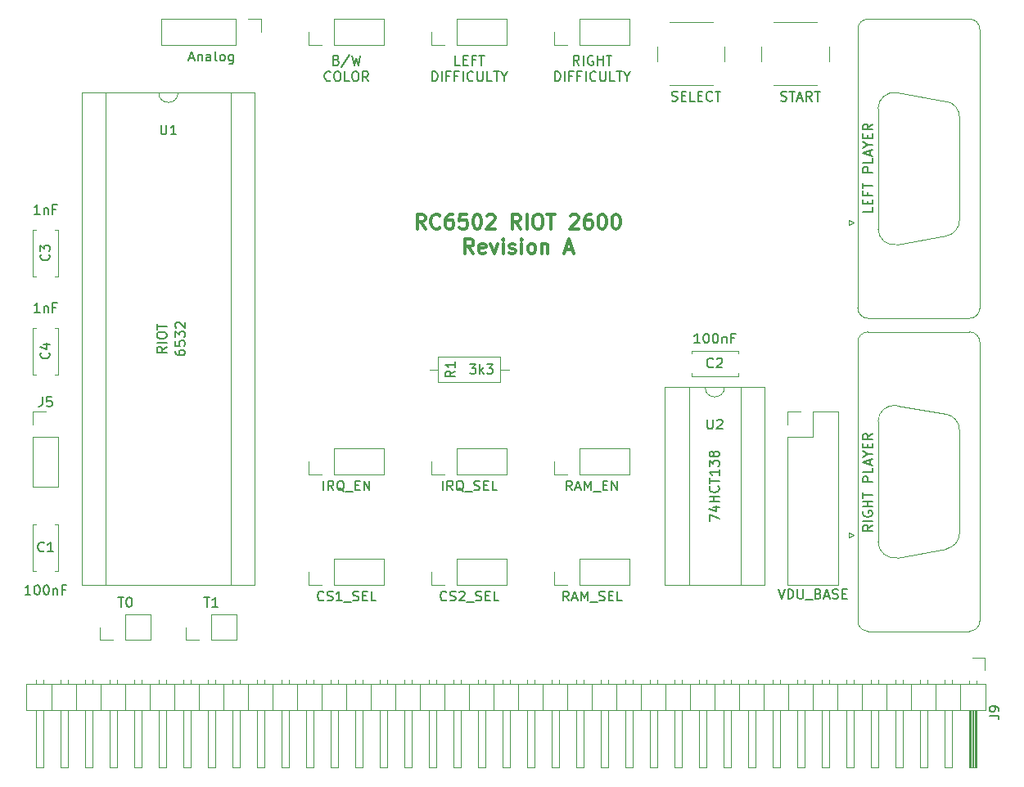
<source format=gto>
G04 #@! TF.FileFunction,Legend,Top*
%FSLAX46Y46*%
G04 Gerber Fmt 4.6, Leading zero omitted, Abs format (unit mm)*
G04 Created by KiCad (PCBNEW 4.0.7) date 02/14/19 14:15:43*
%MOMM*%
%LPD*%
G01*
G04 APERTURE LIST*
%ADD10C,0.100000*%
%ADD11C,0.150000*%
%ADD12C,0.300000*%
%ADD13C,0.120000*%
G04 APERTURE END LIST*
D10*
D11*
X70993095Y-135342381D02*
X71564524Y-135342381D01*
X71278809Y-136342381D02*
X71278809Y-135342381D01*
X72421667Y-136342381D02*
X71850238Y-136342381D01*
X72135952Y-136342381D02*
X72135952Y-135342381D01*
X72040714Y-135485238D01*
X71945476Y-135580476D01*
X71850238Y-135628095D01*
X62103095Y-135342381D02*
X62674524Y-135342381D01*
X62388809Y-136342381D02*
X62388809Y-135342381D01*
X63198333Y-135342381D02*
X63293572Y-135342381D01*
X63388810Y-135390000D01*
X63436429Y-135437619D01*
X63484048Y-135532857D01*
X63531667Y-135723333D01*
X63531667Y-135961429D01*
X63484048Y-136151905D01*
X63436429Y-136247143D01*
X63388810Y-136294762D01*
X63293572Y-136342381D01*
X63198333Y-136342381D01*
X63103095Y-136294762D01*
X63055476Y-136247143D01*
X63007857Y-136151905D01*
X62960238Y-135961429D01*
X62960238Y-135723333D01*
X63007857Y-135532857D01*
X63055476Y-135437619D01*
X63103095Y-135390000D01*
X63198333Y-135342381D01*
X68032381Y-109823095D02*
X68032381Y-110013572D01*
X68080000Y-110108810D01*
X68127619Y-110156429D01*
X68270476Y-110251667D01*
X68460952Y-110299286D01*
X68841905Y-110299286D01*
X68937143Y-110251667D01*
X68984762Y-110204048D01*
X69032381Y-110108810D01*
X69032381Y-109918333D01*
X68984762Y-109823095D01*
X68937143Y-109775476D01*
X68841905Y-109727857D01*
X68603810Y-109727857D01*
X68508571Y-109775476D01*
X68460952Y-109823095D01*
X68413333Y-109918333D01*
X68413333Y-110108810D01*
X68460952Y-110204048D01*
X68508571Y-110251667D01*
X68603810Y-110299286D01*
X68032381Y-108823095D02*
X68032381Y-109299286D01*
X68508571Y-109346905D01*
X68460952Y-109299286D01*
X68413333Y-109204048D01*
X68413333Y-108965952D01*
X68460952Y-108870714D01*
X68508571Y-108823095D01*
X68603810Y-108775476D01*
X68841905Y-108775476D01*
X68937143Y-108823095D01*
X68984762Y-108870714D01*
X69032381Y-108965952D01*
X69032381Y-109204048D01*
X68984762Y-109299286D01*
X68937143Y-109346905D01*
X68032381Y-108442143D02*
X68032381Y-107823095D01*
X68413333Y-108156429D01*
X68413333Y-108013571D01*
X68460952Y-107918333D01*
X68508571Y-107870714D01*
X68603810Y-107823095D01*
X68841905Y-107823095D01*
X68937143Y-107870714D01*
X68984762Y-107918333D01*
X69032381Y-108013571D01*
X69032381Y-108299286D01*
X68984762Y-108394524D01*
X68937143Y-108442143D01*
X68127619Y-107442143D02*
X68080000Y-107394524D01*
X68032381Y-107299286D01*
X68032381Y-107061190D01*
X68080000Y-106965952D01*
X68127619Y-106918333D01*
X68222857Y-106870714D01*
X68318095Y-106870714D01*
X68460952Y-106918333D01*
X69032381Y-107489762D01*
X69032381Y-106870714D01*
X84701191Y-79748571D02*
X84844048Y-79796190D01*
X84891667Y-79843810D01*
X84939286Y-79939048D01*
X84939286Y-80081905D01*
X84891667Y-80177143D01*
X84844048Y-80224762D01*
X84748810Y-80272381D01*
X84367857Y-80272381D01*
X84367857Y-79272381D01*
X84701191Y-79272381D01*
X84796429Y-79320000D01*
X84844048Y-79367619D01*
X84891667Y-79462857D01*
X84891667Y-79558095D01*
X84844048Y-79653333D01*
X84796429Y-79700952D01*
X84701191Y-79748571D01*
X84367857Y-79748571D01*
X86082143Y-79224762D02*
X85225000Y-80510476D01*
X86320238Y-79272381D02*
X86558333Y-80272381D01*
X86748810Y-79558095D01*
X86939286Y-80272381D01*
X87177381Y-79272381D01*
X84082143Y-81827143D02*
X84034524Y-81874762D01*
X83891667Y-81922381D01*
X83796429Y-81922381D01*
X83653571Y-81874762D01*
X83558333Y-81779524D01*
X83510714Y-81684286D01*
X83463095Y-81493810D01*
X83463095Y-81350952D01*
X83510714Y-81160476D01*
X83558333Y-81065238D01*
X83653571Y-80970000D01*
X83796429Y-80922381D01*
X83891667Y-80922381D01*
X84034524Y-80970000D01*
X84082143Y-81017619D01*
X84701190Y-80922381D02*
X84891667Y-80922381D01*
X84986905Y-80970000D01*
X85082143Y-81065238D01*
X85129762Y-81255714D01*
X85129762Y-81589048D01*
X85082143Y-81779524D01*
X84986905Y-81874762D01*
X84891667Y-81922381D01*
X84701190Y-81922381D01*
X84605952Y-81874762D01*
X84510714Y-81779524D01*
X84463095Y-81589048D01*
X84463095Y-81255714D01*
X84510714Y-81065238D01*
X84605952Y-80970000D01*
X84701190Y-80922381D01*
X86034524Y-81922381D02*
X85558333Y-81922381D01*
X85558333Y-80922381D01*
X86558333Y-80922381D02*
X86748810Y-80922381D01*
X86844048Y-80970000D01*
X86939286Y-81065238D01*
X86986905Y-81255714D01*
X86986905Y-81589048D01*
X86939286Y-81779524D01*
X86844048Y-81874762D01*
X86748810Y-81922381D01*
X86558333Y-81922381D01*
X86463095Y-81874762D01*
X86367857Y-81779524D01*
X86320238Y-81589048D01*
X86320238Y-81255714D01*
X86367857Y-81065238D01*
X86463095Y-80970000D01*
X86558333Y-80922381D01*
X87986905Y-81922381D02*
X87653571Y-81446190D01*
X87415476Y-81922381D02*
X87415476Y-80922381D01*
X87796429Y-80922381D01*
X87891667Y-80970000D01*
X87939286Y-81017619D01*
X87986905Y-81112857D01*
X87986905Y-81255714D01*
X87939286Y-81350952D01*
X87891667Y-81398571D01*
X87796429Y-81446190D01*
X87415476Y-81446190D01*
X109791667Y-80272381D02*
X109458333Y-79796190D01*
X109220238Y-80272381D02*
X109220238Y-79272381D01*
X109601191Y-79272381D01*
X109696429Y-79320000D01*
X109744048Y-79367619D01*
X109791667Y-79462857D01*
X109791667Y-79605714D01*
X109744048Y-79700952D01*
X109696429Y-79748571D01*
X109601191Y-79796190D01*
X109220238Y-79796190D01*
X110220238Y-80272381D02*
X110220238Y-79272381D01*
X111220238Y-79320000D02*
X111125000Y-79272381D01*
X110982143Y-79272381D01*
X110839285Y-79320000D01*
X110744047Y-79415238D01*
X110696428Y-79510476D01*
X110648809Y-79700952D01*
X110648809Y-79843810D01*
X110696428Y-80034286D01*
X110744047Y-80129524D01*
X110839285Y-80224762D01*
X110982143Y-80272381D01*
X111077381Y-80272381D01*
X111220238Y-80224762D01*
X111267857Y-80177143D01*
X111267857Y-79843810D01*
X111077381Y-79843810D01*
X111696428Y-80272381D02*
X111696428Y-79272381D01*
X111696428Y-79748571D02*
X112267857Y-79748571D01*
X112267857Y-80272381D02*
X112267857Y-79272381D01*
X112601190Y-79272381D02*
X113172619Y-79272381D01*
X112886904Y-80272381D02*
X112886904Y-79272381D01*
X107291667Y-81922381D02*
X107291667Y-80922381D01*
X107529762Y-80922381D01*
X107672620Y-80970000D01*
X107767858Y-81065238D01*
X107815477Y-81160476D01*
X107863096Y-81350952D01*
X107863096Y-81493810D01*
X107815477Y-81684286D01*
X107767858Y-81779524D01*
X107672620Y-81874762D01*
X107529762Y-81922381D01*
X107291667Y-81922381D01*
X108291667Y-81922381D02*
X108291667Y-80922381D01*
X109101191Y-81398571D02*
X108767857Y-81398571D01*
X108767857Y-81922381D02*
X108767857Y-80922381D01*
X109244048Y-80922381D01*
X109958334Y-81398571D02*
X109625000Y-81398571D01*
X109625000Y-81922381D02*
X109625000Y-80922381D01*
X110101191Y-80922381D01*
X110482143Y-81922381D02*
X110482143Y-80922381D01*
X111529762Y-81827143D02*
X111482143Y-81874762D01*
X111339286Y-81922381D01*
X111244048Y-81922381D01*
X111101190Y-81874762D01*
X111005952Y-81779524D01*
X110958333Y-81684286D01*
X110910714Y-81493810D01*
X110910714Y-81350952D01*
X110958333Y-81160476D01*
X111005952Y-81065238D01*
X111101190Y-80970000D01*
X111244048Y-80922381D01*
X111339286Y-80922381D01*
X111482143Y-80970000D01*
X111529762Y-81017619D01*
X111958333Y-80922381D02*
X111958333Y-81731905D01*
X112005952Y-81827143D01*
X112053571Y-81874762D01*
X112148809Y-81922381D01*
X112339286Y-81922381D01*
X112434524Y-81874762D01*
X112482143Y-81827143D01*
X112529762Y-81731905D01*
X112529762Y-80922381D01*
X113482143Y-81922381D02*
X113005952Y-81922381D01*
X113005952Y-80922381D01*
X113672619Y-80922381D02*
X114244048Y-80922381D01*
X113958333Y-81922381D02*
X113958333Y-80922381D01*
X114767857Y-81446190D02*
X114767857Y-81922381D01*
X114434524Y-80922381D02*
X114767857Y-81446190D01*
X115101191Y-80922381D01*
X97472619Y-80272381D02*
X96996428Y-80272381D01*
X96996428Y-79272381D01*
X97805952Y-79748571D02*
X98139286Y-79748571D01*
X98282143Y-80272381D02*
X97805952Y-80272381D01*
X97805952Y-79272381D01*
X98282143Y-79272381D01*
X99044048Y-79748571D02*
X98710714Y-79748571D01*
X98710714Y-80272381D02*
X98710714Y-79272381D01*
X99186905Y-79272381D01*
X99425000Y-79272381D02*
X99996429Y-79272381D01*
X99710714Y-80272381D02*
X99710714Y-79272381D01*
X94591667Y-81922381D02*
X94591667Y-80922381D01*
X94829762Y-80922381D01*
X94972620Y-80970000D01*
X95067858Y-81065238D01*
X95115477Y-81160476D01*
X95163096Y-81350952D01*
X95163096Y-81493810D01*
X95115477Y-81684286D01*
X95067858Y-81779524D01*
X94972620Y-81874762D01*
X94829762Y-81922381D01*
X94591667Y-81922381D01*
X95591667Y-81922381D02*
X95591667Y-80922381D01*
X96401191Y-81398571D02*
X96067857Y-81398571D01*
X96067857Y-81922381D02*
X96067857Y-80922381D01*
X96544048Y-80922381D01*
X97258334Y-81398571D02*
X96925000Y-81398571D01*
X96925000Y-81922381D02*
X96925000Y-80922381D01*
X97401191Y-80922381D01*
X97782143Y-81922381D02*
X97782143Y-80922381D01*
X98829762Y-81827143D02*
X98782143Y-81874762D01*
X98639286Y-81922381D01*
X98544048Y-81922381D01*
X98401190Y-81874762D01*
X98305952Y-81779524D01*
X98258333Y-81684286D01*
X98210714Y-81493810D01*
X98210714Y-81350952D01*
X98258333Y-81160476D01*
X98305952Y-81065238D01*
X98401190Y-80970000D01*
X98544048Y-80922381D01*
X98639286Y-80922381D01*
X98782143Y-80970000D01*
X98829762Y-81017619D01*
X99258333Y-80922381D02*
X99258333Y-81731905D01*
X99305952Y-81827143D01*
X99353571Y-81874762D01*
X99448809Y-81922381D01*
X99639286Y-81922381D01*
X99734524Y-81874762D01*
X99782143Y-81827143D01*
X99829762Y-81731905D01*
X99829762Y-80922381D01*
X100782143Y-81922381D02*
X100305952Y-81922381D01*
X100305952Y-80922381D01*
X100972619Y-80922381D02*
X101544048Y-80922381D01*
X101258333Y-81922381D02*
X101258333Y-80922381D01*
X102067857Y-81446190D02*
X102067857Y-81922381D01*
X101734524Y-80922381D02*
X102067857Y-81446190D01*
X102401191Y-80922381D01*
D12*
X93897859Y-97193571D02*
X93397859Y-96479286D01*
X93040716Y-97193571D02*
X93040716Y-95693571D01*
X93612144Y-95693571D01*
X93755002Y-95765000D01*
X93826430Y-95836429D01*
X93897859Y-95979286D01*
X93897859Y-96193571D01*
X93826430Y-96336429D01*
X93755002Y-96407857D01*
X93612144Y-96479286D01*
X93040716Y-96479286D01*
X95397859Y-97050714D02*
X95326430Y-97122143D01*
X95112144Y-97193571D01*
X94969287Y-97193571D01*
X94755002Y-97122143D01*
X94612144Y-96979286D01*
X94540716Y-96836429D01*
X94469287Y-96550714D01*
X94469287Y-96336429D01*
X94540716Y-96050714D01*
X94612144Y-95907857D01*
X94755002Y-95765000D01*
X94969287Y-95693571D01*
X95112144Y-95693571D01*
X95326430Y-95765000D01*
X95397859Y-95836429D01*
X96683573Y-95693571D02*
X96397859Y-95693571D01*
X96255002Y-95765000D01*
X96183573Y-95836429D01*
X96040716Y-96050714D01*
X95969287Y-96336429D01*
X95969287Y-96907857D01*
X96040716Y-97050714D01*
X96112144Y-97122143D01*
X96255002Y-97193571D01*
X96540716Y-97193571D01*
X96683573Y-97122143D01*
X96755002Y-97050714D01*
X96826430Y-96907857D01*
X96826430Y-96550714D01*
X96755002Y-96407857D01*
X96683573Y-96336429D01*
X96540716Y-96265000D01*
X96255002Y-96265000D01*
X96112144Y-96336429D01*
X96040716Y-96407857D01*
X95969287Y-96550714D01*
X98183573Y-95693571D02*
X97469287Y-95693571D01*
X97397858Y-96407857D01*
X97469287Y-96336429D01*
X97612144Y-96265000D01*
X97969287Y-96265000D01*
X98112144Y-96336429D01*
X98183573Y-96407857D01*
X98255001Y-96550714D01*
X98255001Y-96907857D01*
X98183573Y-97050714D01*
X98112144Y-97122143D01*
X97969287Y-97193571D01*
X97612144Y-97193571D01*
X97469287Y-97122143D01*
X97397858Y-97050714D01*
X99183572Y-95693571D02*
X99326429Y-95693571D01*
X99469286Y-95765000D01*
X99540715Y-95836429D01*
X99612144Y-95979286D01*
X99683572Y-96265000D01*
X99683572Y-96622143D01*
X99612144Y-96907857D01*
X99540715Y-97050714D01*
X99469286Y-97122143D01*
X99326429Y-97193571D01*
X99183572Y-97193571D01*
X99040715Y-97122143D01*
X98969286Y-97050714D01*
X98897858Y-96907857D01*
X98826429Y-96622143D01*
X98826429Y-96265000D01*
X98897858Y-95979286D01*
X98969286Y-95836429D01*
X99040715Y-95765000D01*
X99183572Y-95693571D01*
X100255000Y-95836429D02*
X100326429Y-95765000D01*
X100469286Y-95693571D01*
X100826429Y-95693571D01*
X100969286Y-95765000D01*
X101040715Y-95836429D01*
X101112143Y-95979286D01*
X101112143Y-96122143D01*
X101040715Y-96336429D01*
X100183572Y-97193571D01*
X101112143Y-97193571D01*
X103755000Y-97193571D02*
X103255000Y-96479286D01*
X102897857Y-97193571D02*
X102897857Y-95693571D01*
X103469285Y-95693571D01*
X103612143Y-95765000D01*
X103683571Y-95836429D01*
X103755000Y-95979286D01*
X103755000Y-96193571D01*
X103683571Y-96336429D01*
X103612143Y-96407857D01*
X103469285Y-96479286D01*
X102897857Y-96479286D01*
X104397857Y-97193571D02*
X104397857Y-95693571D01*
X105397857Y-95693571D02*
X105683571Y-95693571D01*
X105826429Y-95765000D01*
X105969286Y-95907857D01*
X106040714Y-96193571D01*
X106040714Y-96693571D01*
X105969286Y-96979286D01*
X105826429Y-97122143D01*
X105683571Y-97193571D01*
X105397857Y-97193571D01*
X105255000Y-97122143D01*
X105112143Y-96979286D01*
X105040714Y-96693571D01*
X105040714Y-96193571D01*
X105112143Y-95907857D01*
X105255000Y-95765000D01*
X105397857Y-95693571D01*
X106469286Y-95693571D02*
X107326429Y-95693571D01*
X106897858Y-97193571D02*
X106897858Y-95693571D01*
X108897857Y-95836429D02*
X108969286Y-95765000D01*
X109112143Y-95693571D01*
X109469286Y-95693571D01*
X109612143Y-95765000D01*
X109683572Y-95836429D01*
X109755000Y-95979286D01*
X109755000Y-96122143D01*
X109683572Y-96336429D01*
X108826429Y-97193571D01*
X109755000Y-97193571D01*
X111040714Y-95693571D02*
X110755000Y-95693571D01*
X110612143Y-95765000D01*
X110540714Y-95836429D01*
X110397857Y-96050714D01*
X110326428Y-96336429D01*
X110326428Y-96907857D01*
X110397857Y-97050714D01*
X110469285Y-97122143D01*
X110612143Y-97193571D01*
X110897857Y-97193571D01*
X111040714Y-97122143D01*
X111112143Y-97050714D01*
X111183571Y-96907857D01*
X111183571Y-96550714D01*
X111112143Y-96407857D01*
X111040714Y-96336429D01*
X110897857Y-96265000D01*
X110612143Y-96265000D01*
X110469285Y-96336429D01*
X110397857Y-96407857D01*
X110326428Y-96550714D01*
X112112142Y-95693571D02*
X112254999Y-95693571D01*
X112397856Y-95765000D01*
X112469285Y-95836429D01*
X112540714Y-95979286D01*
X112612142Y-96265000D01*
X112612142Y-96622143D01*
X112540714Y-96907857D01*
X112469285Y-97050714D01*
X112397856Y-97122143D01*
X112254999Y-97193571D01*
X112112142Y-97193571D01*
X111969285Y-97122143D01*
X111897856Y-97050714D01*
X111826428Y-96907857D01*
X111754999Y-96622143D01*
X111754999Y-96265000D01*
X111826428Y-95979286D01*
X111897856Y-95836429D01*
X111969285Y-95765000D01*
X112112142Y-95693571D01*
X113540713Y-95693571D02*
X113683570Y-95693571D01*
X113826427Y-95765000D01*
X113897856Y-95836429D01*
X113969285Y-95979286D01*
X114040713Y-96265000D01*
X114040713Y-96622143D01*
X113969285Y-96907857D01*
X113897856Y-97050714D01*
X113826427Y-97122143D01*
X113683570Y-97193571D01*
X113540713Y-97193571D01*
X113397856Y-97122143D01*
X113326427Y-97050714D01*
X113254999Y-96907857D01*
X113183570Y-96622143D01*
X113183570Y-96265000D01*
X113254999Y-95979286D01*
X113326427Y-95836429D01*
X113397856Y-95765000D01*
X113540713Y-95693571D01*
X98862143Y-99743571D02*
X98362143Y-99029286D01*
X98005000Y-99743571D02*
X98005000Y-98243571D01*
X98576428Y-98243571D01*
X98719286Y-98315000D01*
X98790714Y-98386429D01*
X98862143Y-98529286D01*
X98862143Y-98743571D01*
X98790714Y-98886429D01*
X98719286Y-98957857D01*
X98576428Y-99029286D01*
X98005000Y-99029286D01*
X100076428Y-99672143D02*
X99933571Y-99743571D01*
X99647857Y-99743571D01*
X99505000Y-99672143D01*
X99433571Y-99529286D01*
X99433571Y-98957857D01*
X99505000Y-98815000D01*
X99647857Y-98743571D01*
X99933571Y-98743571D01*
X100076428Y-98815000D01*
X100147857Y-98957857D01*
X100147857Y-99100714D01*
X99433571Y-99243571D01*
X100647857Y-98743571D02*
X101005000Y-99743571D01*
X101362142Y-98743571D01*
X101933571Y-99743571D02*
X101933571Y-98743571D01*
X101933571Y-98243571D02*
X101862142Y-98315000D01*
X101933571Y-98386429D01*
X102004999Y-98315000D01*
X101933571Y-98243571D01*
X101933571Y-98386429D01*
X102576428Y-99672143D02*
X102719285Y-99743571D01*
X103005000Y-99743571D01*
X103147857Y-99672143D01*
X103219285Y-99529286D01*
X103219285Y-99457857D01*
X103147857Y-99315000D01*
X103005000Y-99243571D01*
X102790714Y-99243571D01*
X102647857Y-99172143D01*
X102576428Y-99029286D01*
X102576428Y-98957857D01*
X102647857Y-98815000D01*
X102790714Y-98743571D01*
X103005000Y-98743571D01*
X103147857Y-98815000D01*
X103862143Y-99743571D02*
X103862143Y-98743571D01*
X103862143Y-98243571D02*
X103790714Y-98315000D01*
X103862143Y-98386429D01*
X103933571Y-98315000D01*
X103862143Y-98243571D01*
X103862143Y-98386429D01*
X104790715Y-99743571D02*
X104647857Y-99672143D01*
X104576429Y-99600714D01*
X104505000Y-99457857D01*
X104505000Y-99029286D01*
X104576429Y-98886429D01*
X104647857Y-98815000D01*
X104790715Y-98743571D01*
X105005000Y-98743571D01*
X105147857Y-98815000D01*
X105219286Y-98886429D01*
X105290715Y-99029286D01*
X105290715Y-99457857D01*
X105219286Y-99600714D01*
X105147857Y-99672143D01*
X105005000Y-99743571D01*
X104790715Y-99743571D01*
X105933572Y-98743571D02*
X105933572Y-99743571D01*
X105933572Y-98886429D02*
X106005000Y-98815000D01*
X106147858Y-98743571D01*
X106362143Y-98743571D01*
X106505000Y-98815000D01*
X106576429Y-98957857D01*
X106576429Y-99743571D01*
X108362143Y-99315000D02*
X109076429Y-99315000D01*
X108219286Y-99743571D02*
X108719286Y-98243571D01*
X109219286Y-99743571D01*
D13*
X53300000Y-132625000D02*
X53300000Y-127805000D01*
X55920000Y-132625000D02*
X55920000Y-127805000D01*
X53300000Y-132625000D02*
X53614000Y-132625000D01*
X55606000Y-132625000D02*
X55920000Y-132625000D01*
X53300000Y-127805000D02*
X53614000Y-127805000D01*
X55606000Y-127805000D02*
X55920000Y-127805000D01*
X126275000Y-112435000D02*
X121455000Y-112435000D01*
X126275000Y-109815000D02*
X121455000Y-109815000D01*
X126275000Y-112435000D02*
X126275000Y-112121000D01*
X126275000Y-110129000D02*
X126275000Y-109815000D01*
X121455000Y-112435000D02*
X121455000Y-112121000D01*
X121455000Y-110129000D02*
X121455000Y-109815000D01*
X124825000Y-113605000D02*
G75*
G02X122825000Y-113605000I-1000000J0D01*
G01*
X122825000Y-113605000D02*
X121175000Y-113605000D01*
X121175000Y-113605000D02*
X121175000Y-134045000D01*
X121175000Y-134045000D02*
X126475000Y-134045000D01*
X126475000Y-134045000D02*
X126475000Y-113605000D01*
X126475000Y-113605000D02*
X124825000Y-113605000D01*
X118685000Y-113545000D02*
X118685000Y-134105000D01*
X118685000Y-134105000D02*
X128965000Y-134105000D01*
X128965000Y-134105000D02*
X128965000Y-113545000D01*
X128965000Y-113545000D02*
X118685000Y-113545000D01*
X131385000Y-134045000D02*
X136585000Y-134045000D01*
X131385000Y-118745000D02*
X131385000Y-134045000D01*
X136585000Y-116145000D02*
X136585000Y-134045000D01*
X131385000Y-118745000D02*
X133985000Y-118745000D01*
X133985000Y-118745000D02*
X133985000Y-116145000D01*
X133985000Y-116145000D02*
X136585000Y-116145000D01*
X131385000Y-117475000D02*
X131385000Y-116145000D01*
X131385000Y-116145000D02*
X132715000Y-116145000D01*
X53300000Y-102145000D02*
X53300000Y-97325000D01*
X55920000Y-102145000D02*
X55920000Y-97325000D01*
X53300000Y-102145000D02*
X53614000Y-102145000D01*
X55606000Y-102145000D02*
X55920000Y-102145000D01*
X53300000Y-97325000D02*
X53614000Y-97325000D01*
X55606000Y-97325000D02*
X55920000Y-97325000D01*
X53300000Y-112305000D02*
X53300000Y-107485000D01*
X55920000Y-112305000D02*
X55920000Y-107485000D01*
X53300000Y-112305000D02*
X53614000Y-112305000D01*
X55606000Y-112305000D02*
X55920000Y-112305000D01*
X53300000Y-107485000D02*
X53614000Y-107485000D01*
X55606000Y-107485000D02*
X55920000Y-107485000D01*
X151825000Y-144315000D02*
X52645000Y-144315000D01*
X52645000Y-144315000D02*
X52645000Y-146975000D01*
X52645000Y-146975000D02*
X151825000Y-146975000D01*
X151825000Y-146975000D02*
X151825000Y-144315000D01*
X150875000Y-146975000D02*
X150875000Y-152975000D01*
X150875000Y-152975000D02*
X150115000Y-152975000D01*
X150115000Y-152975000D02*
X150115000Y-146975000D01*
X150815000Y-146975000D02*
X150815000Y-152975000D01*
X150695000Y-146975000D02*
X150695000Y-152975000D01*
X150575000Y-146975000D02*
X150575000Y-152975000D01*
X150455000Y-146975000D02*
X150455000Y-152975000D01*
X150335000Y-146975000D02*
X150335000Y-152975000D01*
X150215000Y-146975000D02*
X150215000Y-152975000D01*
X150875000Y-143985000D02*
X150875000Y-144315000D01*
X150115000Y-143985000D02*
X150115000Y-144315000D01*
X149225000Y-144315000D02*
X149225000Y-146975000D01*
X148335000Y-146975000D02*
X148335000Y-152975000D01*
X148335000Y-152975000D02*
X147575000Y-152975000D01*
X147575000Y-152975000D02*
X147575000Y-146975000D01*
X148335000Y-143917929D02*
X148335000Y-144315000D01*
X147575000Y-143917929D02*
X147575000Y-144315000D01*
X146685000Y-144315000D02*
X146685000Y-146975000D01*
X145795000Y-146975000D02*
X145795000Y-152975000D01*
X145795000Y-152975000D02*
X145035000Y-152975000D01*
X145035000Y-152975000D02*
X145035000Y-146975000D01*
X145795000Y-143917929D02*
X145795000Y-144315000D01*
X145035000Y-143917929D02*
X145035000Y-144315000D01*
X144145000Y-144315000D02*
X144145000Y-146975000D01*
X143255000Y-146975000D02*
X143255000Y-152975000D01*
X143255000Y-152975000D02*
X142495000Y-152975000D01*
X142495000Y-152975000D02*
X142495000Y-146975000D01*
X143255000Y-143917929D02*
X143255000Y-144315000D01*
X142495000Y-143917929D02*
X142495000Y-144315000D01*
X141605000Y-144315000D02*
X141605000Y-146975000D01*
X140715000Y-146975000D02*
X140715000Y-152975000D01*
X140715000Y-152975000D02*
X139955000Y-152975000D01*
X139955000Y-152975000D02*
X139955000Y-146975000D01*
X140715000Y-143917929D02*
X140715000Y-144315000D01*
X139955000Y-143917929D02*
X139955000Y-144315000D01*
X139065000Y-144315000D02*
X139065000Y-146975000D01*
X138175000Y-146975000D02*
X138175000Y-152975000D01*
X138175000Y-152975000D02*
X137415000Y-152975000D01*
X137415000Y-152975000D02*
X137415000Y-146975000D01*
X138175000Y-143917929D02*
X138175000Y-144315000D01*
X137415000Y-143917929D02*
X137415000Y-144315000D01*
X136525000Y-144315000D02*
X136525000Y-146975000D01*
X135635000Y-146975000D02*
X135635000Y-152975000D01*
X135635000Y-152975000D02*
X134875000Y-152975000D01*
X134875000Y-152975000D02*
X134875000Y-146975000D01*
X135635000Y-143917929D02*
X135635000Y-144315000D01*
X134875000Y-143917929D02*
X134875000Y-144315000D01*
X133985000Y-144315000D02*
X133985000Y-146975000D01*
X133095000Y-146975000D02*
X133095000Y-152975000D01*
X133095000Y-152975000D02*
X132335000Y-152975000D01*
X132335000Y-152975000D02*
X132335000Y-146975000D01*
X133095000Y-143917929D02*
X133095000Y-144315000D01*
X132335000Y-143917929D02*
X132335000Y-144315000D01*
X131445000Y-144315000D02*
X131445000Y-146975000D01*
X130555000Y-146975000D02*
X130555000Y-152975000D01*
X130555000Y-152975000D02*
X129795000Y-152975000D01*
X129795000Y-152975000D02*
X129795000Y-146975000D01*
X130555000Y-143917929D02*
X130555000Y-144315000D01*
X129795000Y-143917929D02*
X129795000Y-144315000D01*
X128905000Y-144315000D02*
X128905000Y-146975000D01*
X128015000Y-146975000D02*
X128015000Y-152975000D01*
X128015000Y-152975000D02*
X127255000Y-152975000D01*
X127255000Y-152975000D02*
X127255000Y-146975000D01*
X128015000Y-143917929D02*
X128015000Y-144315000D01*
X127255000Y-143917929D02*
X127255000Y-144315000D01*
X126365000Y-144315000D02*
X126365000Y-146975000D01*
X125475000Y-146975000D02*
X125475000Y-152975000D01*
X125475000Y-152975000D02*
X124715000Y-152975000D01*
X124715000Y-152975000D02*
X124715000Y-146975000D01*
X125475000Y-143917929D02*
X125475000Y-144315000D01*
X124715000Y-143917929D02*
X124715000Y-144315000D01*
X123825000Y-144315000D02*
X123825000Y-146975000D01*
X122935000Y-146975000D02*
X122935000Y-152975000D01*
X122935000Y-152975000D02*
X122175000Y-152975000D01*
X122175000Y-152975000D02*
X122175000Y-146975000D01*
X122935000Y-143917929D02*
X122935000Y-144315000D01*
X122175000Y-143917929D02*
X122175000Y-144315000D01*
X121285000Y-144315000D02*
X121285000Y-146975000D01*
X120395000Y-146975000D02*
X120395000Y-152975000D01*
X120395000Y-152975000D02*
X119635000Y-152975000D01*
X119635000Y-152975000D02*
X119635000Y-146975000D01*
X120395000Y-143917929D02*
X120395000Y-144315000D01*
X119635000Y-143917929D02*
X119635000Y-144315000D01*
X118745000Y-144315000D02*
X118745000Y-146975000D01*
X117855000Y-146975000D02*
X117855000Y-152975000D01*
X117855000Y-152975000D02*
X117095000Y-152975000D01*
X117095000Y-152975000D02*
X117095000Y-146975000D01*
X117855000Y-143917929D02*
X117855000Y-144315000D01*
X117095000Y-143917929D02*
X117095000Y-144315000D01*
X116205000Y-144315000D02*
X116205000Y-146975000D01*
X115315000Y-146975000D02*
X115315000Y-152975000D01*
X115315000Y-152975000D02*
X114555000Y-152975000D01*
X114555000Y-152975000D02*
X114555000Y-146975000D01*
X115315000Y-143917929D02*
X115315000Y-144315000D01*
X114555000Y-143917929D02*
X114555000Y-144315000D01*
X113665000Y-144315000D02*
X113665000Y-146975000D01*
X112775000Y-146975000D02*
X112775000Y-152975000D01*
X112775000Y-152975000D02*
X112015000Y-152975000D01*
X112015000Y-152975000D02*
X112015000Y-146975000D01*
X112775000Y-143917929D02*
X112775000Y-144315000D01*
X112015000Y-143917929D02*
X112015000Y-144315000D01*
X111125000Y-144315000D02*
X111125000Y-146975000D01*
X110235000Y-146975000D02*
X110235000Y-152975000D01*
X110235000Y-152975000D02*
X109475000Y-152975000D01*
X109475000Y-152975000D02*
X109475000Y-146975000D01*
X110235000Y-143917929D02*
X110235000Y-144315000D01*
X109475000Y-143917929D02*
X109475000Y-144315000D01*
X108585000Y-144315000D02*
X108585000Y-146975000D01*
X107695000Y-146975000D02*
X107695000Y-152975000D01*
X107695000Y-152975000D02*
X106935000Y-152975000D01*
X106935000Y-152975000D02*
X106935000Y-146975000D01*
X107695000Y-143917929D02*
X107695000Y-144315000D01*
X106935000Y-143917929D02*
X106935000Y-144315000D01*
X106045000Y-144315000D02*
X106045000Y-146975000D01*
X105155000Y-146975000D02*
X105155000Y-152975000D01*
X105155000Y-152975000D02*
X104395000Y-152975000D01*
X104395000Y-152975000D02*
X104395000Y-146975000D01*
X105155000Y-143917929D02*
X105155000Y-144315000D01*
X104395000Y-143917929D02*
X104395000Y-144315000D01*
X103505000Y-144315000D02*
X103505000Y-146975000D01*
X102615000Y-146975000D02*
X102615000Y-152975000D01*
X102615000Y-152975000D02*
X101855000Y-152975000D01*
X101855000Y-152975000D02*
X101855000Y-146975000D01*
X102615000Y-143917929D02*
X102615000Y-144315000D01*
X101855000Y-143917929D02*
X101855000Y-144315000D01*
X100965000Y-144315000D02*
X100965000Y-146975000D01*
X100075000Y-146975000D02*
X100075000Y-152975000D01*
X100075000Y-152975000D02*
X99315000Y-152975000D01*
X99315000Y-152975000D02*
X99315000Y-146975000D01*
X100075000Y-143917929D02*
X100075000Y-144315000D01*
X99315000Y-143917929D02*
X99315000Y-144315000D01*
X98425000Y-144315000D02*
X98425000Y-146975000D01*
X97535000Y-146975000D02*
X97535000Y-152975000D01*
X97535000Y-152975000D02*
X96775000Y-152975000D01*
X96775000Y-152975000D02*
X96775000Y-146975000D01*
X97535000Y-143917929D02*
X97535000Y-144315000D01*
X96775000Y-143917929D02*
X96775000Y-144315000D01*
X95885000Y-144315000D02*
X95885000Y-146975000D01*
X94995000Y-146975000D02*
X94995000Y-152975000D01*
X94995000Y-152975000D02*
X94235000Y-152975000D01*
X94235000Y-152975000D02*
X94235000Y-146975000D01*
X94995000Y-143917929D02*
X94995000Y-144315000D01*
X94235000Y-143917929D02*
X94235000Y-144315000D01*
X93345000Y-144315000D02*
X93345000Y-146975000D01*
X92455000Y-146975000D02*
X92455000Y-152975000D01*
X92455000Y-152975000D02*
X91695000Y-152975000D01*
X91695000Y-152975000D02*
X91695000Y-146975000D01*
X92455000Y-143917929D02*
X92455000Y-144315000D01*
X91695000Y-143917929D02*
X91695000Y-144315000D01*
X90805000Y-144315000D02*
X90805000Y-146975000D01*
X89915000Y-146975000D02*
X89915000Y-152975000D01*
X89915000Y-152975000D02*
X89155000Y-152975000D01*
X89155000Y-152975000D02*
X89155000Y-146975000D01*
X89915000Y-143917929D02*
X89915000Y-144315000D01*
X89155000Y-143917929D02*
X89155000Y-144315000D01*
X88265000Y-144315000D02*
X88265000Y-146975000D01*
X87375000Y-146975000D02*
X87375000Y-152975000D01*
X87375000Y-152975000D02*
X86615000Y-152975000D01*
X86615000Y-152975000D02*
X86615000Y-146975000D01*
X87375000Y-143917929D02*
X87375000Y-144315000D01*
X86615000Y-143917929D02*
X86615000Y-144315000D01*
X85725000Y-144315000D02*
X85725000Y-146975000D01*
X84835000Y-146975000D02*
X84835000Y-152975000D01*
X84835000Y-152975000D02*
X84075000Y-152975000D01*
X84075000Y-152975000D02*
X84075000Y-146975000D01*
X84835000Y-143917929D02*
X84835000Y-144315000D01*
X84075000Y-143917929D02*
X84075000Y-144315000D01*
X83185000Y-144315000D02*
X83185000Y-146975000D01*
X82295000Y-146975000D02*
X82295000Y-152975000D01*
X82295000Y-152975000D02*
X81535000Y-152975000D01*
X81535000Y-152975000D02*
X81535000Y-146975000D01*
X82295000Y-143917929D02*
X82295000Y-144315000D01*
X81535000Y-143917929D02*
X81535000Y-144315000D01*
X80645000Y-144315000D02*
X80645000Y-146975000D01*
X79755000Y-146975000D02*
X79755000Y-152975000D01*
X79755000Y-152975000D02*
X78995000Y-152975000D01*
X78995000Y-152975000D02*
X78995000Y-146975000D01*
X79755000Y-143917929D02*
X79755000Y-144315000D01*
X78995000Y-143917929D02*
X78995000Y-144315000D01*
X78105000Y-144315000D02*
X78105000Y-146975000D01*
X77215000Y-146975000D02*
X77215000Y-152975000D01*
X77215000Y-152975000D02*
X76455000Y-152975000D01*
X76455000Y-152975000D02*
X76455000Y-146975000D01*
X77215000Y-143917929D02*
X77215000Y-144315000D01*
X76455000Y-143917929D02*
X76455000Y-144315000D01*
X75565000Y-144315000D02*
X75565000Y-146975000D01*
X74675000Y-146975000D02*
X74675000Y-152975000D01*
X74675000Y-152975000D02*
X73915000Y-152975000D01*
X73915000Y-152975000D02*
X73915000Y-146975000D01*
X74675000Y-143917929D02*
X74675000Y-144315000D01*
X73915000Y-143917929D02*
X73915000Y-144315000D01*
X73025000Y-144315000D02*
X73025000Y-146975000D01*
X72135000Y-146975000D02*
X72135000Y-152975000D01*
X72135000Y-152975000D02*
X71375000Y-152975000D01*
X71375000Y-152975000D02*
X71375000Y-146975000D01*
X72135000Y-143917929D02*
X72135000Y-144315000D01*
X71375000Y-143917929D02*
X71375000Y-144315000D01*
X70485000Y-144315000D02*
X70485000Y-146975000D01*
X69595000Y-146975000D02*
X69595000Y-152975000D01*
X69595000Y-152975000D02*
X68835000Y-152975000D01*
X68835000Y-152975000D02*
X68835000Y-146975000D01*
X69595000Y-143917929D02*
X69595000Y-144315000D01*
X68835000Y-143917929D02*
X68835000Y-144315000D01*
X67945000Y-144315000D02*
X67945000Y-146975000D01*
X67055000Y-146975000D02*
X67055000Y-152975000D01*
X67055000Y-152975000D02*
X66295000Y-152975000D01*
X66295000Y-152975000D02*
X66295000Y-146975000D01*
X67055000Y-143917929D02*
X67055000Y-144315000D01*
X66295000Y-143917929D02*
X66295000Y-144315000D01*
X65405000Y-144315000D02*
X65405000Y-146975000D01*
X64515000Y-146975000D02*
X64515000Y-152975000D01*
X64515000Y-152975000D02*
X63755000Y-152975000D01*
X63755000Y-152975000D02*
X63755000Y-146975000D01*
X64515000Y-143917929D02*
X64515000Y-144315000D01*
X63755000Y-143917929D02*
X63755000Y-144315000D01*
X62865000Y-144315000D02*
X62865000Y-146975000D01*
X61975000Y-146975000D02*
X61975000Y-152975000D01*
X61975000Y-152975000D02*
X61215000Y-152975000D01*
X61215000Y-152975000D02*
X61215000Y-146975000D01*
X61975000Y-143917929D02*
X61975000Y-144315000D01*
X61215000Y-143917929D02*
X61215000Y-144315000D01*
X60325000Y-144315000D02*
X60325000Y-146975000D01*
X59435000Y-146975000D02*
X59435000Y-152975000D01*
X59435000Y-152975000D02*
X58675000Y-152975000D01*
X58675000Y-152975000D02*
X58675000Y-146975000D01*
X59435000Y-143917929D02*
X59435000Y-144315000D01*
X58675000Y-143917929D02*
X58675000Y-144315000D01*
X57785000Y-144315000D02*
X57785000Y-146975000D01*
X56895000Y-146975000D02*
X56895000Y-152975000D01*
X56895000Y-152975000D02*
X56135000Y-152975000D01*
X56135000Y-152975000D02*
X56135000Y-146975000D01*
X56895000Y-143917929D02*
X56895000Y-144315000D01*
X56135000Y-143917929D02*
X56135000Y-144315000D01*
X55245000Y-144315000D02*
X55245000Y-146975000D01*
X54355000Y-146975000D02*
X54355000Y-152975000D01*
X54355000Y-152975000D02*
X53595000Y-152975000D01*
X53595000Y-152975000D02*
X53595000Y-146975000D01*
X54355000Y-143917929D02*
X54355000Y-144315000D01*
X53595000Y-143917929D02*
X53595000Y-144315000D01*
X150495000Y-141605000D02*
X151765000Y-141605000D01*
X151765000Y-141605000D02*
X151765000Y-142875000D01*
X89595000Y-134045000D02*
X89595000Y-131385000D01*
X84455000Y-134045000D02*
X89595000Y-134045000D01*
X84455000Y-131385000D02*
X89595000Y-131385000D01*
X84455000Y-134045000D02*
X84455000Y-131385000D01*
X83185000Y-134045000D02*
X81855000Y-134045000D01*
X81855000Y-134045000D02*
X81855000Y-132715000D01*
X102295000Y-134045000D02*
X102295000Y-131385000D01*
X97155000Y-134045000D02*
X102295000Y-134045000D01*
X97155000Y-131385000D02*
X102295000Y-131385000D01*
X97155000Y-134045000D02*
X97155000Y-131385000D01*
X95885000Y-134045000D02*
X94555000Y-134045000D01*
X94555000Y-134045000D02*
X94555000Y-132715000D01*
X74355000Y-139760000D02*
X74355000Y-137100000D01*
X71755000Y-139760000D02*
X74355000Y-139760000D01*
X71755000Y-137100000D02*
X74355000Y-137100000D01*
X71755000Y-139760000D02*
X71755000Y-137100000D01*
X70485000Y-139760000D02*
X69155000Y-139760000D01*
X69155000Y-139760000D02*
X69155000Y-138430000D01*
X65465000Y-139760000D02*
X65465000Y-137100000D01*
X62865000Y-139760000D02*
X65465000Y-139760000D01*
X62865000Y-137100000D02*
X65465000Y-137100000D01*
X62865000Y-139760000D02*
X62865000Y-137100000D01*
X61595000Y-139760000D02*
X60265000Y-139760000D01*
X60265000Y-139760000D02*
X60265000Y-138430000D01*
X101635000Y-113070000D02*
X101635000Y-110450000D01*
X101635000Y-110450000D02*
X95215000Y-110450000D01*
X95215000Y-110450000D02*
X95215000Y-113070000D01*
X95215000Y-113070000D02*
X101635000Y-113070000D01*
X102525000Y-111760000D02*
X101635000Y-111760000D01*
X94325000Y-111760000D02*
X95215000Y-111760000D01*
X68310000Y-83125000D02*
G75*
G02X66310000Y-83125000I-1000000J0D01*
G01*
X66310000Y-83125000D02*
X60850000Y-83125000D01*
X60850000Y-83125000D02*
X60850000Y-134045000D01*
X60850000Y-134045000D02*
X73770000Y-134045000D01*
X73770000Y-134045000D02*
X73770000Y-83125000D01*
X73770000Y-83125000D02*
X68310000Y-83125000D01*
X58360000Y-83065000D02*
X58360000Y-134105000D01*
X58360000Y-134105000D02*
X76260000Y-134105000D01*
X76260000Y-134105000D02*
X76260000Y-83065000D01*
X76260000Y-83065000D02*
X58360000Y-83065000D01*
X66615000Y-75505000D02*
X66615000Y-78165000D01*
X74295000Y-75505000D02*
X66615000Y-75505000D01*
X74295000Y-78165000D02*
X66615000Y-78165000D01*
X74295000Y-75505000D02*
X74295000Y-78165000D01*
X75565000Y-75505000D02*
X76895000Y-75505000D01*
X76895000Y-75505000D02*
X76895000Y-76835000D01*
X138620000Y-105405000D02*
G75*
G03X139680000Y-106465000I1060000J0D01*
G01*
X139680000Y-75495000D02*
G75*
G03X138620000Y-76555000I0J-1060000D01*
G01*
X151240000Y-105405000D02*
G75*
G02X150180000Y-106465000I-1060000J0D01*
G01*
X151240000Y-76555000D02*
G75*
G03X150180000Y-75495000I-1060000J0D01*
G01*
X142668256Y-98846470D02*
G75*
G02X140720000Y-97211689I-288256J1634781D01*
G01*
X142668256Y-83113530D02*
G75*
G03X140720000Y-84748311I-288256J-1634781D01*
G01*
X147768256Y-97947202D02*
G75*
G03X149140000Y-96312421I-288256J1634781D01*
G01*
X147768256Y-84012798D02*
G75*
G02X149140000Y-85647579I-288256J-1634781D01*
G01*
X138620000Y-105405000D02*
X138620000Y-76555000D01*
X139680000Y-75495000D02*
X150180000Y-75495000D01*
X151240000Y-76555000D02*
X151240000Y-105405000D01*
X150180000Y-106465000D02*
X139680000Y-106465000D01*
X137725662Y-96770000D02*
X137725662Y-96270000D01*
X137725662Y-96270000D02*
X138158675Y-96520000D01*
X138158675Y-96520000D02*
X137725662Y-96770000D01*
X140720000Y-97211689D02*
X140720000Y-84748311D01*
X149140000Y-96312421D02*
X149140000Y-85647579D01*
X142668256Y-83113530D02*
X147768256Y-84012798D01*
X142668256Y-98846470D02*
X147768256Y-97947202D01*
X138620000Y-137790000D02*
G75*
G03X139680000Y-138850000I1060000J0D01*
G01*
X139680000Y-107880000D02*
G75*
G03X138620000Y-108940000I0J-1060000D01*
G01*
X151240000Y-137790000D02*
G75*
G02X150180000Y-138850000I-1060000J0D01*
G01*
X151240000Y-108940000D02*
G75*
G03X150180000Y-107880000I-1060000J0D01*
G01*
X142668256Y-131231470D02*
G75*
G02X140720000Y-129596689I-288256J1634781D01*
G01*
X142668256Y-115498530D02*
G75*
G03X140720000Y-117133311I-288256J-1634781D01*
G01*
X147768256Y-130332202D02*
G75*
G03X149140000Y-128697421I-288256J1634781D01*
G01*
X147768256Y-116397798D02*
G75*
G02X149140000Y-118032579I-288256J-1634781D01*
G01*
X138620000Y-137790000D02*
X138620000Y-108940000D01*
X139680000Y-107880000D02*
X150180000Y-107880000D01*
X151240000Y-108940000D02*
X151240000Y-137790000D01*
X150180000Y-138850000D02*
X139680000Y-138850000D01*
X137725662Y-129155000D02*
X137725662Y-128655000D01*
X137725662Y-128655000D02*
X138158675Y-128905000D01*
X138158675Y-128905000D02*
X137725662Y-129155000D01*
X140720000Y-129596689D02*
X140720000Y-117133311D01*
X149140000Y-128697421D02*
X149140000Y-118032579D01*
X142668256Y-115498530D02*
X147768256Y-116397798D01*
X142668256Y-131231470D02*
X147768256Y-130332202D01*
X53280000Y-123885000D02*
X55940000Y-123885000D01*
X53280000Y-118745000D02*
X53280000Y-123885000D01*
X55940000Y-118745000D02*
X55940000Y-123885000D01*
X53280000Y-118745000D02*
X55940000Y-118745000D01*
X53280000Y-117475000D02*
X53280000Y-116145000D01*
X53280000Y-116145000D02*
X54610000Y-116145000D01*
X89595000Y-122615000D02*
X89595000Y-119955000D01*
X84455000Y-122615000D02*
X89595000Y-122615000D01*
X84455000Y-119955000D02*
X89595000Y-119955000D01*
X84455000Y-122615000D02*
X84455000Y-119955000D01*
X83185000Y-122615000D02*
X81855000Y-122615000D01*
X81855000Y-122615000D02*
X81855000Y-121285000D01*
X102295000Y-122615000D02*
X102295000Y-119955000D01*
X97155000Y-122615000D02*
X102295000Y-122615000D01*
X97155000Y-119955000D02*
X102295000Y-119955000D01*
X97155000Y-122615000D02*
X97155000Y-119955000D01*
X95885000Y-122615000D02*
X94555000Y-122615000D01*
X94555000Y-122615000D02*
X94555000Y-121285000D01*
X89595000Y-78165000D02*
X89595000Y-75505000D01*
X84455000Y-78165000D02*
X89595000Y-78165000D01*
X84455000Y-75505000D02*
X89595000Y-75505000D01*
X84455000Y-78165000D02*
X84455000Y-75505000D01*
X83185000Y-78165000D02*
X81855000Y-78165000D01*
X81855000Y-78165000D02*
X81855000Y-76835000D01*
X102295000Y-78165000D02*
X102295000Y-75505000D01*
X97155000Y-78165000D02*
X102295000Y-78165000D01*
X97155000Y-75505000D02*
X102295000Y-75505000D01*
X97155000Y-78165000D02*
X97155000Y-75505000D01*
X95885000Y-78165000D02*
X94555000Y-78165000D01*
X94555000Y-78165000D02*
X94555000Y-76835000D01*
X114995000Y-78165000D02*
X114995000Y-75505000D01*
X109855000Y-78165000D02*
X114995000Y-78165000D01*
X109855000Y-75505000D02*
X114995000Y-75505000D01*
X109855000Y-78165000D02*
X109855000Y-75505000D01*
X108585000Y-78165000D02*
X107255000Y-78165000D01*
X107255000Y-78165000D02*
X107255000Y-76835000D01*
X119110000Y-82335000D02*
X123610000Y-82335000D01*
X117860000Y-78335000D02*
X117860000Y-79835000D01*
X123610000Y-75835000D02*
X119110000Y-75835000D01*
X124860000Y-79835000D02*
X124860000Y-78335000D01*
X129905000Y-82335000D02*
X134405000Y-82335000D01*
X128655000Y-78335000D02*
X128655000Y-79835000D01*
X134405000Y-75835000D02*
X129905000Y-75835000D01*
X135655000Y-79835000D02*
X135655000Y-78335000D01*
X114995000Y-134045000D02*
X114995000Y-131385000D01*
X109855000Y-134045000D02*
X114995000Y-134045000D01*
X109855000Y-131385000D02*
X114995000Y-131385000D01*
X109855000Y-134045000D02*
X109855000Y-131385000D01*
X108585000Y-134045000D02*
X107255000Y-134045000D01*
X107255000Y-134045000D02*
X107255000Y-132715000D01*
X114995000Y-122615000D02*
X114995000Y-119955000D01*
X109855000Y-122615000D02*
X114995000Y-122615000D01*
X109855000Y-119955000D02*
X114995000Y-119955000D01*
X109855000Y-122615000D02*
X109855000Y-119955000D01*
X108585000Y-122615000D02*
X107255000Y-122615000D01*
X107255000Y-122615000D02*
X107255000Y-121285000D01*
D11*
X54443334Y-130532143D02*
X54395715Y-130579762D01*
X54252858Y-130627381D01*
X54157620Y-130627381D01*
X54014762Y-130579762D01*
X53919524Y-130484524D01*
X53871905Y-130389286D01*
X53824286Y-130198810D01*
X53824286Y-130055952D01*
X53871905Y-129865476D01*
X53919524Y-129770238D01*
X54014762Y-129675000D01*
X54157620Y-129627381D01*
X54252858Y-129627381D01*
X54395715Y-129675000D01*
X54443334Y-129722619D01*
X55395715Y-130627381D02*
X54824286Y-130627381D01*
X55110000Y-130627381D02*
X55110000Y-129627381D01*
X55014762Y-129770238D01*
X54919524Y-129865476D01*
X54824286Y-129913095D01*
X53062381Y-135072381D02*
X52490952Y-135072381D01*
X52776666Y-135072381D02*
X52776666Y-134072381D01*
X52681428Y-134215238D01*
X52586190Y-134310476D01*
X52490952Y-134358095D01*
X53681428Y-134072381D02*
X53776667Y-134072381D01*
X53871905Y-134120000D01*
X53919524Y-134167619D01*
X53967143Y-134262857D01*
X54014762Y-134453333D01*
X54014762Y-134691429D01*
X53967143Y-134881905D01*
X53919524Y-134977143D01*
X53871905Y-135024762D01*
X53776667Y-135072381D01*
X53681428Y-135072381D01*
X53586190Y-135024762D01*
X53538571Y-134977143D01*
X53490952Y-134881905D01*
X53443333Y-134691429D01*
X53443333Y-134453333D01*
X53490952Y-134262857D01*
X53538571Y-134167619D01*
X53586190Y-134120000D01*
X53681428Y-134072381D01*
X54633809Y-134072381D02*
X54729048Y-134072381D01*
X54824286Y-134120000D01*
X54871905Y-134167619D01*
X54919524Y-134262857D01*
X54967143Y-134453333D01*
X54967143Y-134691429D01*
X54919524Y-134881905D01*
X54871905Y-134977143D01*
X54824286Y-135024762D01*
X54729048Y-135072381D01*
X54633809Y-135072381D01*
X54538571Y-135024762D01*
X54490952Y-134977143D01*
X54443333Y-134881905D01*
X54395714Y-134691429D01*
X54395714Y-134453333D01*
X54443333Y-134262857D01*
X54490952Y-134167619D01*
X54538571Y-134120000D01*
X54633809Y-134072381D01*
X55395714Y-134405714D02*
X55395714Y-135072381D01*
X55395714Y-134500952D02*
X55443333Y-134453333D01*
X55538571Y-134405714D01*
X55681429Y-134405714D01*
X55776667Y-134453333D01*
X55824286Y-134548571D01*
X55824286Y-135072381D01*
X56633810Y-134548571D02*
X56300476Y-134548571D01*
X56300476Y-135072381D02*
X56300476Y-134072381D01*
X56776667Y-134072381D01*
X123658334Y-111482143D02*
X123610715Y-111529762D01*
X123467858Y-111577381D01*
X123372620Y-111577381D01*
X123229762Y-111529762D01*
X123134524Y-111434524D01*
X123086905Y-111339286D01*
X123039286Y-111148810D01*
X123039286Y-111005952D01*
X123086905Y-110815476D01*
X123134524Y-110720238D01*
X123229762Y-110625000D01*
X123372620Y-110577381D01*
X123467858Y-110577381D01*
X123610715Y-110625000D01*
X123658334Y-110672619D01*
X124039286Y-110672619D02*
X124086905Y-110625000D01*
X124182143Y-110577381D01*
X124420239Y-110577381D01*
X124515477Y-110625000D01*
X124563096Y-110672619D01*
X124610715Y-110767857D01*
X124610715Y-110863095D01*
X124563096Y-111005952D01*
X123991667Y-111577381D01*
X124610715Y-111577381D01*
X122277381Y-109037381D02*
X121705952Y-109037381D01*
X121991666Y-109037381D02*
X121991666Y-108037381D01*
X121896428Y-108180238D01*
X121801190Y-108275476D01*
X121705952Y-108323095D01*
X122896428Y-108037381D02*
X122991667Y-108037381D01*
X123086905Y-108085000D01*
X123134524Y-108132619D01*
X123182143Y-108227857D01*
X123229762Y-108418333D01*
X123229762Y-108656429D01*
X123182143Y-108846905D01*
X123134524Y-108942143D01*
X123086905Y-108989762D01*
X122991667Y-109037381D01*
X122896428Y-109037381D01*
X122801190Y-108989762D01*
X122753571Y-108942143D01*
X122705952Y-108846905D01*
X122658333Y-108656429D01*
X122658333Y-108418333D01*
X122705952Y-108227857D01*
X122753571Y-108132619D01*
X122801190Y-108085000D01*
X122896428Y-108037381D01*
X123848809Y-108037381D02*
X123944048Y-108037381D01*
X124039286Y-108085000D01*
X124086905Y-108132619D01*
X124134524Y-108227857D01*
X124182143Y-108418333D01*
X124182143Y-108656429D01*
X124134524Y-108846905D01*
X124086905Y-108942143D01*
X124039286Y-108989762D01*
X123944048Y-109037381D01*
X123848809Y-109037381D01*
X123753571Y-108989762D01*
X123705952Y-108942143D01*
X123658333Y-108846905D01*
X123610714Y-108656429D01*
X123610714Y-108418333D01*
X123658333Y-108227857D01*
X123705952Y-108132619D01*
X123753571Y-108085000D01*
X123848809Y-108037381D01*
X124610714Y-108370714D02*
X124610714Y-109037381D01*
X124610714Y-108465952D02*
X124658333Y-108418333D01*
X124753571Y-108370714D01*
X124896429Y-108370714D01*
X124991667Y-108418333D01*
X125039286Y-108513571D01*
X125039286Y-109037381D01*
X125848810Y-108513571D02*
X125515476Y-108513571D01*
X125515476Y-109037381D02*
X125515476Y-108037381D01*
X125991667Y-108037381D01*
X123063095Y-116927381D02*
X123063095Y-117736905D01*
X123110714Y-117832143D01*
X123158333Y-117879762D01*
X123253571Y-117927381D01*
X123444048Y-117927381D01*
X123539286Y-117879762D01*
X123586905Y-117832143D01*
X123634524Y-117736905D01*
X123634524Y-116927381D01*
X124063095Y-117022619D02*
X124110714Y-116975000D01*
X124205952Y-116927381D01*
X124444048Y-116927381D01*
X124539286Y-116975000D01*
X124586905Y-117022619D01*
X124634524Y-117117857D01*
X124634524Y-117213095D01*
X124586905Y-117355952D01*
X124015476Y-117927381D01*
X124634524Y-117927381D01*
X123277381Y-127467857D02*
X123277381Y-126801190D01*
X124277381Y-127229762D01*
X123610714Y-125991666D02*
X124277381Y-125991666D01*
X123229762Y-126229762D02*
X123944048Y-126467857D01*
X123944048Y-125848809D01*
X124277381Y-125467857D02*
X123277381Y-125467857D01*
X123753571Y-125467857D02*
X123753571Y-124896428D01*
X124277381Y-124896428D02*
X123277381Y-124896428D01*
X124182143Y-123848809D02*
X124229762Y-123896428D01*
X124277381Y-124039285D01*
X124277381Y-124134523D01*
X124229762Y-124277381D01*
X124134524Y-124372619D01*
X124039286Y-124420238D01*
X123848810Y-124467857D01*
X123705952Y-124467857D01*
X123515476Y-124420238D01*
X123420238Y-124372619D01*
X123325000Y-124277381D01*
X123277381Y-124134523D01*
X123277381Y-124039285D01*
X123325000Y-123896428D01*
X123372619Y-123848809D01*
X123277381Y-123563095D02*
X123277381Y-122991666D01*
X124277381Y-123277381D02*
X123277381Y-123277381D01*
X124277381Y-122134523D02*
X124277381Y-122705952D01*
X124277381Y-122420238D02*
X123277381Y-122420238D01*
X123420238Y-122515476D01*
X123515476Y-122610714D01*
X123563095Y-122705952D01*
X123277381Y-121801190D02*
X123277381Y-121182142D01*
X123658333Y-121515476D01*
X123658333Y-121372618D01*
X123705952Y-121277380D01*
X123753571Y-121229761D01*
X123848810Y-121182142D01*
X124086905Y-121182142D01*
X124182143Y-121229761D01*
X124229762Y-121277380D01*
X124277381Y-121372618D01*
X124277381Y-121658333D01*
X124229762Y-121753571D01*
X124182143Y-121801190D01*
X123705952Y-120610714D02*
X123658333Y-120705952D01*
X123610714Y-120753571D01*
X123515476Y-120801190D01*
X123467857Y-120801190D01*
X123372619Y-120753571D01*
X123325000Y-120705952D01*
X123277381Y-120610714D01*
X123277381Y-120420237D01*
X123325000Y-120324999D01*
X123372619Y-120277380D01*
X123467857Y-120229761D01*
X123515476Y-120229761D01*
X123610714Y-120277380D01*
X123658333Y-120324999D01*
X123705952Y-120420237D01*
X123705952Y-120610714D01*
X123753571Y-120705952D01*
X123801190Y-120753571D01*
X123896429Y-120801190D01*
X124086905Y-120801190D01*
X124182143Y-120753571D01*
X124229762Y-120705952D01*
X124277381Y-120610714D01*
X124277381Y-120420237D01*
X124229762Y-120324999D01*
X124182143Y-120277380D01*
X124086905Y-120229761D01*
X123896429Y-120229761D01*
X123801190Y-120277380D01*
X123753571Y-120324999D01*
X123705952Y-120420237D01*
X130389762Y-134497381D02*
X130723095Y-135497381D01*
X131056429Y-134497381D01*
X131389762Y-135497381D02*
X131389762Y-134497381D01*
X131627857Y-134497381D01*
X131770715Y-134545000D01*
X131865953Y-134640238D01*
X131913572Y-134735476D01*
X131961191Y-134925952D01*
X131961191Y-135068810D01*
X131913572Y-135259286D01*
X131865953Y-135354524D01*
X131770715Y-135449762D01*
X131627857Y-135497381D01*
X131389762Y-135497381D01*
X132389762Y-134497381D02*
X132389762Y-135306905D01*
X132437381Y-135402143D01*
X132485000Y-135449762D01*
X132580238Y-135497381D01*
X132770715Y-135497381D01*
X132865953Y-135449762D01*
X132913572Y-135402143D01*
X132961191Y-135306905D01*
X132961191Y-134497381D01*
X133199286Y-135592619D02*
X133961191Y-135592619D01*
X134532620Y-134973571D02*
X134675477Y-135021190D01*
X134723096Y-135068810D01*
X134770715Y-135164048D01*
X134770715Y-135306905D01*
X134723096Y-135402143D01*
X134675477Y-135449762D01*
X134580239Y-135497381D01*
X134199286Y-135497381D01*
X134199286Y-134497381D01*
X134532620Y-134497381D01*
X134627858Y-134545000D01*
X134675477Y-134592619D01*
X134723096Y-134687857D01*
X134723096Y-134783095D01*
X134675477Y-134878333D01*
X134627858Y-134925952D01*
X134532620Y-134973571D01*
X134199286Y-134973571D01*
X135151667Y-135211667D02*
X135627858Y-135211667D01*
X135056429Y-135497381D02*
X135389762Y-134497381D01*
X135723096Y-135497381D01*
X136008810Y-135449762D02*
X136151667Y-135497381D01*
X136389763Y-135497381D01*
X136485001Y-135449762D01*
X136532620Y-135402143D01*
X136580239Y-135306905D01*
X136580239Y-135211667D01*
X136532620Y-135116429D01*
X136485001Y-135068810D01*
X136389763Y-135021190D01*
X136199286Y-134973571D01*
X136104048Y-134925952D01*
X136056429Y-134878333D01*
X136008810Y-134783095D01*
X136008810Y-134687857D01*
X136056429Y-134592619D01*
X136104048Y-134545000D01*
X136199286Y-134497381D01*
X136437382Y-134497381D01*
X136580239Y-134545000D01*
X137008810Y-134973571D02*
X137342144Y-134973571D01*
X137485001Y-135497381D02*
X137008810Y-135497381D01*
X137008810Y-134497381D01*
X137485001Y-134497381D01*
X54967143Y-99861666D02*
X55014762Y-99909285D01*
X55062381Y-100052142D01*
X55062381Y-100147380D01*
X55014762Y-100290238D01*
X54919524Y-100385476D01*
X54824286Y-100433095D01*
X54633810Y-100480714D01*
X54490952Y-100480714D01*
X54300476Y-100433095D01*
X54205238Y-100385476D01*
X54110000Y-100290238D01*
X54062381Y-100147380D01*
X54062381Y-100052142D01*
X54110000Y-99909285D01*
X54157619Y-99861666D01*
X54062381Y-99528333D02*
X54062381Y-98909285D01*
X54443333Y-99242619D01*
X54443333Y-99099761D01*
X54490952Y-99004523D01*
X54538571Y-98956904D01*
X54633810Y-98909285D01*
X54871905Y-98909285D01*
X54967143Y-98956904D01*
X55014762Y-99004523D01*
X55062381Y-99099761D01*
X55062381Y-99385476D01*
X55014762Y-99480714D01*
X54967143Y-99528333D01*
X54014762Y-95702381D02*
X53443333Y-95702381D01*
X53729047Y-95702381D02*
X53729047Y-94702381D01*
X53633809Y-94845238D01*
X53538571Y-94940476D01*
X53443333Y-94988095D01*
X54443333Y-95035714D02*
X54443333Y-95702381D01*
X54443333Y-95130952D02*
X54490952Y-95083333D01*
X54586190Y-95035714D01*
X54729048Y-95035714D01*
X54824286Y-95083333D01*
X54871905Y-95178571D01*
X54871905Y-95702381D01*
X55681429Y-95178571D02*
X55348095Y-95178571D01*
X55348095Y-95702381D02*
X55348095Y-94702381D01*
X55824286Y-94702381D01*
X54967143Y-110021666D02*
X55014762Y-110069285D01*
X55062381Y-110212142D01*
X55062381Y-110307380D01*
X55014762Y-110450238D01*
X54919524Y-110545476D01*
X54824286Y-110593095D01*
X54633810Y-110640714D01*
X54490952Y-110640714D01*
X54300476Y-110593095D01*
X54205238Y-110545476D01*
X54110000Y-110450238D01*
X54062381Y-110307380D01*
X54062381Y-110212142D01*
X54110000Y-110069285D01*
X54157619Y-110021666D01*
X54395714Y-109164523D02*
X55062381Y-109164523D01*
X54014762Y-109402619D02*
X54729048Y-109640714D01*
X54729048Y-109021666D01*
X54014762Y-105862381D02*
X53443333Y-105862381D01*
X53729047Y-105862381D02*
X53729047Y-104862381D01*
X53633809Y-105005238D01*
X53538571Y-105100476D01*
X53443333Y-105148095D01*
X54443333Y-105195714D02*
X54443333Y-105862381D01*
X54443333Y-105290952D02*
X54490952Y-105243333D01*
X54586190Y-105195714D01*
X54729048Y-105195714D01*
X54824286Y-105243333D01*
X54871905Y-105338571D01*
X54871905Y-105862381D01*
X55681429Y-105338571D02*
X55348095Y-105338571D01*
X55348095Y-105862381D02*
X55348095Y-104862381D01*
X55824286Y-104862381D01*
X152217381Y-147593333D02*
X152931667Y-147593333D01*
X153074524Y-147640953D01*
X153169762Y-147736191D01*
X153217381Y-147879048D01*
X153217381Y-147974286D01*
X153217381Y-147069524D02*
X153217381Y-146879048D01*
X153169762Y-146783809D01*
X153122143Y-146736190D01*
X152979286Y-146640952D01*
X152788810Y-146593333D01*
X152407857Y-146593333D01*
X152312619Y-146640952D01*
X152265000Y-146688571D01*
X152217381Y-146783809D01*
X152217381Y-146974286D01*
X152265000Y-147069524D01*
X152312619Y-147117143D01*
X152407857Y-147164762D01*
X152645952Y-147164762D01*
X152741190Y-147117143D01*
X152788810Y-147069524D01*
X152836429Y-146974286D01*
X152836429Y-146783809D01*
X152788810Y-146688571D01*
X152741190Y-146640952D01*
X152645952Y-146593333D01*
X83367857Y-135612143D02*
X83320238Y-135659762D01*
X83177381Y-135707381D01*
X83082143Y-135707381D01*
X82939285Y-135659762D01*
X82844047Y-135564524D01*
X82796428Y-135469286D01*
X82748809Y-135278810D01*
X82748809Y-135135952D01*
X82796428Y-134945476D01*
X82844047Y-134850238D01*
X82939285Y-134755000D01*
X83082143Y-134707381D01*
X83177381Y-134707381D01*
X83320238Y-134755000D01*
X83367857Y-134802619D01*
X83748809Y-135659762D02*
X83891666Y-135707381D01*
X84129762Y-135707381D01*
X84225000Y-135659762D01*
X84272619Y-135612143D01*
X84320238Y-135516905D01*
X84320238Y-135421667D01*
X84272619Y-135326429D01*
X84225000Y-135278810D01*
X84129762Y-135231190D01*
X83939285Y-135183571D01*
X83844047Y-135135952D01*
X83796428Y-135088333D01*
X83748809Y-134993095D01*
X83748809Y-134897857D01*
X83796428Y-134802619D01*
X83844047Y-134755000D01*
X83939285Y-134707381D01*
X84177381Y-134707381D01*
X84320238Y-134755000D01*
X85272619Y-135707381D02*
X84701190Y-135707381D01*
X84986904Y-135707381D02*
X84986904Y-134707381D01*
X84891666Y-134850238D01*
X84796428Y-134945476D01*
X84701190Y-134993095D01*
X85463095Y-135802619D02*
X86225000Y-135802619D01*
X86415476Y-135659762D02*
X86558333Y-135707381D01*
X86796429Y-135707381D01*
X86891667Y-135659762D01*
X86939286Y-135612143D01*
X86986905Y-135516905D01*
X86986905Y-135421667D01*
X86939286Y-135326429D01*
X86891667Y-135278810D01*
X86796429Y-135231190D01*
X86605952Y-135183571D01*
X86510714Y-135135952D01*
X86463095Y-135088333D01*
X86415476Y-134993095D01*
X86415476Y-134897857D01*
X86463095Y-134802619D01*
X86510714Y-134755000D01*
X86605952Y-134707381D01*
X86844048Y-134707381D01*
X86986905Y-134755000D01*
X87415476Y-135183571D02*
X87748810Y-135183571D01*
X87891667Y-135707381D02*
X87415476Y-135707381D01*
X87415476Y-134707381D01*
X87891667Y-134707381D01*
X88796429Y-135707381D02*
X88320238Y-135707381D01*
X88320238Y-134707381D01*
X96067857Y-135612143D02*
X96020238Y-135659762D01*
X95877381Y-135707381D01*
X95782143Y-135707381D01*
X95639285Y-135659762D01*
X95544047Y-135564524D01*
X95496428Y-135469286D01*
X95448809Y-135278810D01*
X95448809Y-135135952D01*
X95496428Y-134945476D01*
X95544047Y-134850238D01*
X95639285Y-134755000D01*
X95782143Y-134707381D01*
X95877381Y-134707381D01*
X96020238Y-134755000D01*
X96067857Y-134802619D01*
X96448809Y-135659762D02*
X96591666Y-135707381D01*
X96829762Y-135707381D01*
X96925000Y-135659762D01*
X96972619Y-135612143D01*
X97020238Y-135516905D01*
X97020238Y-135421667D01*
X96972619Y-135326429D01*
X96925000Y-135278810D01*
X96829762Y-135231190D01*
X96639285Y-135183571D01*
X96544047Y-135135952D01*
X96496428Y-135088333D01*
X96448809Y-134993095D01*
X96448809Y-134897857D01*
X96496428Y-134802619D01*
X96544047Y-134755000D01*
X96639285Y-134707381D01*
X96877381Y-134707381D01*
X97020238Y-134755000D01*
X97401190Y-134802619D02*
X97448809Y-134755000D01*
X97544047Y-134707381D01*
X97782143Y-134707381D01*
X97877381Y-134755000D01*
X97925000Y-134802619D01*
X97972619Y-134897857D01*
X97972619Y-134993095D01*
X97925000Y-135135952D01*
X97353571Y-135707381D01*
X97972619Y-135707381D01*
X98163095Y-135802619D02*
X98925000Y-135802619D01*
X99115476Y-135659762D02*
X99258333Y-135707381D01*
X99496429Y-135707381D01*
X99591667Y-135659762D01*
X99639286Y-135612143D01*
X99686905Y-135516905D01*
X99686905Y-135421667D01*
X99639286Y-135326429D01*
X99591667Y-135278810D01*
X99496429Y-135231190D01*
X99305952Y-135183571D01*
X99210714Y-135135952D01*
X99163095Y-135088333D01*
X99115476Y-134993095D01*
X99115476Y-134897857D01*
X99163095Y-134802619D01*
X99210714Y-134755000D01*
X99305952Y-134707381D01*
X99544048Y-134707381D01*
X99686905Y-134755000D01*
X100115476Y-135183571D02*
X100448810Y-135183571D01*
X100591667Y-135707381D02*
X100115476Y-135707381D01*
X100115476Y-134707381D01*
X100591667Y-134707381D01*
X101496429Y-135707381D02*
X101020238Y-135707381D01*
X101020238Y-134707381D01*
X96972381Y-111926666D02*
X96496190Y-112260000D01*
X96972381Y-112498095D02*
X95972381Y-112498095D01*
X95972381Y-112117142D01*
X96020000Y-112021904D01*
X96067619Y-111974285D01*
X96162857Y-111926666D01*
X96305714Y-111926666D01*
X96400952Y-111974285D01*
X96448571Y-112021904D01*
X96496190Y-112117142D01*
X96496190Y-112498095D01*
X96972381Y-110974285D02*
X96972381Y-111545714D01*
X96972381Y-111260000D02*
X95972381Y-111260000D01*
X96115238Y-111355238D01*
X96210476Y-111450476D01*
X96258095Y-111545714D01*
X98480714Y-111212381D02*
X99099762Y-111212381D01*
X98766428Y-111593333D01*
X98909286Y-111593333D01*
X99004524Y-111640952D01*
X99052143Y-111688571D01*
X99099762Y-111783810D01*
X99099762Y-112021905D01*
X99052143Y-112117143D01*
X99004524Y-112164762D01*
X98909286Y-112212381D01*
X98623571Y-112212381D01*
X98528333Y-112164762D01*
X98480714Y-112117143D01*
X99528333Y-112212381D02*
X99528333Y-111212381D01*
X99623571Y-111831429D02*
X99909286Y-112212381D01*
X99909286Y-111545714D02*
X99528333Y-111926667D01*
X100242619Y-111212381D02*
X100861667Y-111212381D01*
X100528333Y-111593333D01*
X100671191Y-111593333D01*
X100766429Y-111640952D01*
X100814048Y-111688571D01*
X100861667Y-111783810D01*
X100861667Y-112021905D01*
X100814048Y-112117143D01*
X100766429Y-112164762D01*
X100671191Y-112212381D01*
X100385476Y-112212381D01*
X100290238Y-112164762D01*
X100242619Y-112117143D01*
X66548095Y-86447381D02*
X66548095Y-87256905D01*
X66595714Y-87352143D01*
X66643333Y-87399762D01*
X66738571Y-87447381D01*
X66929048Y-87447381D01*
X67024286Y-87399762D01*
X67071905Y-87352143D01*
X67119524Y-87256905D01*
X67119524Y-86447381D01*
X68119524Y-87447381D02*
X67548095Y-87447381D01*
X67833809Y-87447381D02*
X67833809Y-86447381D01*
X67738571Y-86590238D01*
X67643333Y-86685476D01*
X67548095Y-86733095D01*
X67127381Y-109418333D02*
X66651190Y-109751667D01*
X67127381Y-109989762D02*
X66127381Y-109989762D01*
X66127381Y-109608809D01*
X66175000Y-109513571D01*
X66222619Y-109465952D01*
X66317857Y-109418333D01*
X66460714Y-109418333D01*
X66555952Y-109465952D01*
X66603571Y-109513571D01*
X66651190Y-109608809D01*
X66651190Y-109989762D01*
X67127381Y-108989762D02*
X66127381Y-108989762D01*
X66127381Y-108323096D02*
X66127381Y-108132619D01*
X66175000Y-108037381D01*
X66270238Y-107942143D01*
X66460714Y-107894524D01*
X66794048Y-107894524D01*
X66984524Y-107942143D01*
X67079762Y-108037381D01*
X67127381Y-108132619D01*
X67127381Y-108323096D01*
X67079762Y-108418334D01*
X66984524Y-108513572D01*
X66794048Y-108561191D01*
X66460714Y-108561191D01*
X66270238Y-108513572D01*
X66175000Y-108418334D01*
X66127381Y-108323096D01*
X66127381Y-107608810D02*
X66127381Y-107037381D01*
X67127381Y-107323096D02*
X66127381Y-107323096D01*
X69445476Y-79541667D02*
X69921667Y-79541667D01*
X69350238Y-79827381D02*
X69683571Y-78827381D01*
X70016905Y-79827381D01*
X70350238Y-79160714D02*
X70350238Y-79827381D01*
X70350238Y-79255952D02*
X70397857Y-79208333D01*
X70493095Y-79160714D01*
X70635953Y-79160714D01*
X70731191Y-79208333D01*
X70778810Y-79303571D01*
X70778810Y-79827381D01*
X71683572Y-79827381D02*
X71683572Y-79303571D01*
X71635953Y-79208333D01*
X71540715Y-79160714D01*
X71350238Y-79160714D01*
X71255000Y-79208333D01*
X71683572Y-79779762D02*
X71588334Y-79827381D01*
X71350238Y-79827381D01*
X71255000Y-79779762D01*
X71207381Y-79684524D01*
X71207381Y-79589286D01*
X71255000Y-79494048D01*
X71350238Y-79446429D01*
X71588334Y-79446429D01*
X71683572Y-79398810D01*
X72302619Y-79827381D02*
X72207381Y-79779762D01*
X72159762Y-79684524D01*
X72159762Y-78827381D01*
X72826429Y-79827381D02*
X72731191Y-79779762D01*
X72683572Y-79732143D01*
X72635953Y-79636905D01*
X72635953Y-79351190D01*
X72683572Y-79255952D01*
X72731191Y-79208333D01*
X72826429Y-79160714D01*
X72969287Y-79160714D01*
X73064525Y-79208333D01*
X73112144Y-79255952D01*
X73159763Y-79351190D01*
X73159763Y-79636905D01*
X73112144Y-79732143D01*
X73064525Y-79779762D01*
X72969287Y-79827381D01*
X72826429Y-79827381D01*
X74016906Y-79160714D02*
X74016906Y-79970238D01*
X73969287Y-80065476D01*
X73921668Y-80113095D01*
X73826429Y-80160714D01*
X73683572Y-80160714D01*
X73588334Y-80113095D01*
X74016906Y-79779762D02*
X73921668Y-79827381D01*
X73731191Y-79827381D01*
X73635953Y-79779762D01*
X73588334Y-79732143D01*
X73540715Y-79636905D01*
X73540715Y-79351190D01*
X73588334Y-79255952D01*
X73635953Y-79208333D01*
X73731191Y-79160714D01*
X73921668Y-79160714D01*
X74016906Y-79208333D01*
X140152381Y-94979619D02*
X140152381Y-95455810D01*
X139152381Y-95455810D01*
X139628571Y-94646286D02*
X139628571Y-94312952D01*
X140152381Y-94170095D02*
X140152381Y-94646286D01*
X139152381Y-94646286D01*
X139152381Y-94170095D01*
X139628571Y-93408190D02*
X139628571Y-93741524D01*
X140152381Y-93741524D02*
X139152381Y-93741524D01*
X139152381Y-93265333D01*
X139152381Y-93027238D02*
X139152381Y-92455809D01*
X140152381Y-92741524D02*
X139152381Y-92741524D01*
X140152381Y-91360571D02*
X139152381Y-91360571D01*
X139152381Y-90979618D01*
X139200000Y-90884380D01*
X139247619Y-90836761D01*
X139342857Y-90789142D01*
X139485714Y-90789142D01*
X139580952Y-90836761D01*
X139628571Y-90884380D01*
X139676190Y-90979618D01*
X139676190Y-91360571D01*
X140152381Y-89884380D02*
X140152381Y-90360571D01*
X139152381Y-90360571D01*
X139866667Y-89598666D02*
X139866667Y-89122475D01*
X140152381Y-89693904D02*
X139152381Y-89360571D01*
X140152381Y-89027237D01*
X139676190Y-88503428D02*
X140152381Y-88503428D01*
X139152381Y-88836761D02*
X139676190Y-88503428D01*
X139152381Y-88170094D01*
X139628571Y-87836761D02*
X139628571Y-87503427D01*
X140152381Y-87360570D02*
X140152381Y-87836761D01*
X139152381Y-87836761D01*
X139152381Y-87360570D01*
X140152381Y-86360570D02*
X139676190Y-86693904D01*
X140152381Y-86931999D02*
X139152381Y-86931999D01*
X139152381Y-86551046D01*
X139200000Y-86455808D01*
X139247619Y-86408189D01*
X139342857Y-86360570D01*
X139485714Y-86360570D01*
X139580952Y-86408189D01*
X139628571Y-86455808D01*
X139676190Y-86551046D01*
X139676190Y-86931999D01*
X140152381Y-127872571D02*
X139676190Y-128205905D01*
X140152381Y-128444000D02*
X139152381Y-128444000D01*
X139152381Y-128063047D01*
X139200000Y-127967809D01*
X139247619Y-127920190D01*
X139342857Y-127872571D01*
X139485714Y-127872571D01*
X139580952Y-127920190D01*
X139628571Y-127967809D01*
X139676190Y-128063047D01*
X139676190Y-128444000D01*
X140152381Y-127444000D02*
X139152381Y-127444000D01*
X139200000Y-126444000D02*
X139152381Y-126539238D01*
X139152381Y-126682095D01*
X139200000Y-126824953D01*
X139295238Y-126920191D01*
X139390476Y-126967810D01*
X139580952Y-127015429D01*
X139723810Y-127015429D01*
X139914286Y-126967810D01*
X140009524Y-126920191D01*
X140104762Y-126824953D01*
X140152381Y-126682095D01*
X140152381Y-126586857D01*
X140104762Y-126444000D01*
X140057143Y-126396381D01*
X139723810Y-126396381D01*
X139723810Y-126586857D01*
X140152381Y-125967810D02*
X139152381Y-125967810D01*
X139628571Y-125967810D02*
X139628571Y-125396381D01*
X140152381Y-125396381D02*
X139152381Y-125396381D01*
X139152381Y-125063048D02*
X139152381Y-124491619D01*
X140152381Y-124777334D02*
X139152381Y-124777334D01*
X140152381Y-123396381D02*
X139152381Y-123396381D01*
X139152381Y-123015428D01*
X139200000Y-122920190D01*
X139247619Y-122872571D01*
X139342857Y-122824952D01*
X139485714Y-122824952D01*
X139580952Y-122872571D01*
X139628571Y-122920190D01*
X139676190Y-123015428D01*
X139676190Y-123396381D01*
X140152381Y-121920190D02*
X140152381Y-122396381D01*
X139152381Y-122396381D01*
X139866667Y-121634476D02*
X139866667Y-121158285D01*
X140152381Y-121729714D02*
X139152381Y-121396381D01*
X140152381Y-121063047D01*
X139676190Y-120539238D02*
X140152381Y-120539238D01*
X139152381Y-120872571D02*
X139676190Y-120539238D01*
X139152381Y-120205904D01*
X139628571Y-119872571D02*
X139628571Y-119539237D01*
X140152381Y-119396380D02*
X140152381Y-119872571D01*
X139152381Y-119872571D01*
X139152381Y-119396380D01*
X140152381Y-118396380D02*
X139676190Y-118729714D01*
X140152381Y-118967809D02*
X139152381Y-118967809D01*
X139152381Y-118586856D01*
X139200000Y-118491618D01*
X139247619Y-118443999D01*
X139342857Y-118396380D01*
X139485714Y-118396380D01*
X139580952Y-118443999D01*
X139628571Y-118491618D01*
X139676190Y-118586856D01*
X139676190Y-118967809D01*
X54276667Y-114597381D02*
X54276667Y-115311667D01*
X54229047Y-115454524D01*
X54133809Y-115549762D01*
X53990952Y-115597381D01*
X53895714Y-115597381D01*
X55229048Y-114597381D02*
X54752857Y-114597381D01*
X54705238Y-115073571D01*
X54752857Y-115025952D01*
X54848095Y-114978333D01*
X55086191Y-114978333D01*
X55181429Y-115025952D01*
X55229048Y-115073571D01*
X55276667Y-115168810D01*
X55276667Y-115406905D01*
X55229048Y-115502143D01*
X55181429Y-115549762D01*
X55086191Y-115597381D01*
X54848095Y-115597381D01*
X54752857Y-115549762D01*
X54705238Y-115502143D01*
X83344048Y-124277381D02*
X83344048Y-123277381D01*
X84391667Y-124277381D02*
X84058333Y-123801190D01*
X83820238Y-124277381D02*
X83820238Y-123277381D01*
X84201191Y-123277381D01*
X84296429Y-123325000D01*
X84344048Y-123372619D01*
X84391667Y-123467857D01*
X84391667Y-123610714D01*
X84344048Y-123705952D01*
X84296429Y-123753571D01*
X84201191Y-123801190D01*
X83820238Y-123801190D01*
X85486905Y-124372619D02*
X85391667Y-124325000D01*
X85296429Y-124229762D01*
X85153572Y-124086905D01*
X85058333Y-124039286D01*
X84963095Y-124039286D01*
X85010714Y-124277381D02*
X84915476Y-124229762D01*
X84820238Y-124134524D01*
X84772619Y-123944048D01*
X84772619Y-123610714D01*
X84820238Y-123420238D01*
X84915476Y-123325000D01*
X85010714Y-123277381D01*
X85201191Y-123277381D01*
X85296429Y-123325000D01*
X85391667Y-123420238D01*
X85439286Y-123610714D01*
X85439286Y-123944048D01*
X85391667Y-124134524D01*
X85296429Y-124229762D01*
X85201191Y-124277381D01*
X85010714Y-124277381D01*
X85629762Y-124372619D02*
X86391667Y-124372619D01*
X86629762Y-123753571D02*
X86963096Y-123753571D01*
X87105953Y-124277381D02*
X86629762Y-124277381D01*
X86629762Y-123277381D01*
X87105953Y-123277381D01*
X87534524Y-124277381D02*
X87534524Y-123277381D01*
X88105953Y-124277381D01*
X88105953Y-123277381D01*
X95686905Y-124277381D02*
X95686905Y-123277381D01*
X96734524Y-124277381D02*
X96401190Y-123801190D01*
X96163095Y-124277381D02*
X96163095Y-123277381D01*
X96544048Y-123277381D01*
X96639286Y-123325000D01*
X96686905Y-123372619D01*
X96734524Y-123467857D01*
X96734524Y-123610714D01*
X96686905Y-123705952D01*
X96639286Y-123753571D01*
X96544048Y-123801190D01*
X96163095Y-123801190D01*
X97829762Y-124372619D02*
X97734524Y-124325000D01*
X97639286Y-124229762D01*
X97496429Y-124086905D01*
X97401190Y-124039286D01*
X97305952Y-124039286D01*
X97353571Y-124277381D02*
X97258333Y-124229762D01*
X97163095Y-124134524D01*
X97115476Y-123944048D01*
X97115476Y-123610714D01*
X97163095Y-123420238D01*
X97258333Y-123325000D01*
X97353571Y-123277381D01*
X97544048Y-123277381D01*
X97639286Y-123325000D01*
X97734524Y-123420238D01*
X97782143Y-123610714D01*
X97782143Y-123944048D01*
X97734524Y-124134524D01*
X97639286Y-124229762D01*
X97544048Y-124277381D01*
X97353571Y-124277381D01*
X97972619Y-124372619D02*
X98734524Y-124372619D01*
X98925000Y-124229762D02*
X99067857Y-124277381D01*
X99305953Y-124277381D01*
X99401191Y-124229762D01*
X99448810Y-124182143D01*
X99496429Y-124086905D01*
X99496429Y-123991667D01*
X99448810Y-123896429D01*
X99401191Y-123848810D01*
X99305953Y-123801190D01*
X99115476Y-123753571D01*
X99020238Y-123705952D01*
X98972619Y-123658333D01*
X98925000Y-123563095D01*
X98925000Y-123467857D01*
X98972619Y-123372619D01*
X99020238Y-123325000D01*
X99115476Y-123277381D01*
X99353572Y-123277381D01*
X99496429Y-123325000D01*
X99925000Y-123753571D02*
X100258334Y-123753571D01*
X100401191Y-124277381D02*
X99925000Y-124277381D01*
X99925000Y-123277381D01*
X100401191Y-123277381D01*
X101305953Y-124277381D02*
X100829762Y-124277381D01*
X100829762Y-123277381D01*
X119383809Y-83939762D02*
X119526666Y-83987381D01*
X119764762Y-83987381D01*
X119860000Y-83939762D01*
X119907619Y-83892143D01*
X119955238Y-83796905D01*
X119955238Y-83701667D01*
X119907619Y-83606429D01*
X119860000Y-83558810D01*
X119764762Y-83511190D01*
X119574285Y-83463571D01*
X119479047Y-83415952D01*
X119431428Y-83368333D01*
X119383809Y-83273095D01*
X119383809Y-83177857D01*
X119431428Y-83082619D01*
X119479047Y-83035000D01*
X119574285Y-82987381D01*
X119812381Y-82987381D01*
X119955238Y-83035000D01*
X120383809Y-83463571D02*
X120717143Y-83463571D01*
X120860000Y-83987381D02*
X120383809Y-83987381D01*
X120383809Y-82987381D01*
X120860000Y-82987381D01*
X121764762Y-83987381D02*
X121288571Y-83987381D01*
X121288571Y-82987381D01*
X122098095Y-83463571D02*
X122431429Y-83463571D01*
X122574286Y-83987381D02*
X122098095Y-83987381D01*
X122098095Y-82987381D01*
X122574286Y-82987381D01*
X123574286Y-83892143D02*
X123526667Y-83939762D01*
X123383810Y-83987381D01*
X123288572Y-83987381D01*
X123145714Y-83939762D01*
X123050476Y-83844524D01*
X123002857Y-83749286D01*
X122955238Y-83558810D01*
X122955238Y-83415952D01*
X123002857Y-83225476D01*
X123050476Y-83130238D01*
X123145714Y-83035000D01*
X123288572Y-82987381D01*
X123383810Y-82987381D01*
X123526667Y-83035000D01*
X123574286Y-83082619D01*
X123860000Y-82987381D02*
X124431429Y-82987381D01*
X124145714Y-83987381D02*
X124145714Y-82987381D01*
X130678809Y-83939762D02*
X130821666Y-83987381D01*
X131059762Y-83987381D01*
X131155000Y-83939762D01*
X131202619Y-83892143D01*
X131250238Y-83796905D01*
X131250238Y-83701667D01*
X131202619Y-83606429D01*
X131155000Y-83558810D01*
X131059762Y-83511190D01*
X130869285Y-83463571D01*
X130774047Y-83415952D01*
X130726428Y-83368333D01*
X130678809Y-83273095D01*
X130678809Y-83177857D01*
X130726428Y-83082619D01*
X130774047Y-83035000D01*
X130869285Y-82987381D01*
X131107381Y-82987381D01*
X131250238Y-83035000D01*
X131535952Y-82987381D02*
X132107381Y-82987381D01*
X131821666Y-83987381D02*
X131821666Y-82987381D01*
X132393095Y-83701667D02*
X132869286Y-83701667D01*
X132297857Y-83987381D02*
X132631190Y-82987381D01*
X132964524Y-83987381D01*
X133869286Y-83987381D02*
X133535952Y-83511190D01*
X133297857Y-83987381D02*
X133297857Y-82987381D01*
X133678810Y-82987381D01*
X133774048Y-83035000D01*
X133821667Y-83082619D01*
X133869286Y-83177857D01*
X133869286Y-83320714D01*
X133821667Y-83415952D01*
X133774048Y-83463571D01*
X133678810Y-83511190D01*
X133297857Y-83511190D01*
X134155000Y-82987381D02*
X134726429Y-82987381D01*
X134440714Y-83987381D02*
X134440714Y-82987381D01*
X108720238Y-135707381D02*
X108386904Y-135231190D01*
X108148809Y-135707381D02*
X108148809Y-134707381D01*
X108529762Y-134707381D01*
X108625000Y-134755000D01*
X108672619Y-134802619D01*
X108720238Y-134897857D01*
X108720238Y-135040714D01*
X108672619Y-135135952D01*
X108625000Y-135183571D01*
X108529762Y-135231190D01*
X108148809Y-135231190D01*
X109101190Y-135421667D02*
X109577381Y-135421667D01*
X109005952Y-135707381D02*
X109339285Y-134707381D01*
X109672619Y-135707381D01*
X110005952Y-135707381D02*
X110005952Y-134707381D01*
X110339286Y-135421667D01*
X110672619Y-134707381D01*
X110672619Y-135707381D01*
X110910714Y-135802619D02*
X111672619Y-135802619D01*
X111863095Y-135659762D02*
X112005952Y-135707381D01*
X112244048Y-135707381D01*
X112339286Y-135659762D01*
X112386905Y-135612143D01*
X112434524Y-135516905D01*
X112434524Y-135421667D01*
X112386905Y-135326429D01*
X112339286Y-135278810D01*
X112244048Y-135231190D01*
X112053571Y-135183571D01*
X111958333Y-135135952D01*
X111910714Y-135088333D01*
X111863095Y-134993095D01*
X111863095Y-134897857D01*
X111910714Y-134802619D01*
X111958333Y-134755000D01*
X112053571Y-134707381D01*
X112291667Y-134707381D01*
X112434524Y-134755000D01*
X112863095Y-135183571D02*
X113196429Y-135183571D01*
X113339286Y-135707381D02*
X112863095Y-135707381D01*
X112863095Y-134707381D01*
X113339286Y-134707381D01*
X114244048Y-135707381D02*
X113767857Y-135707381D01*
X113767857Y-134707381D01*
X109077381Y-124277381D02*
X108744047Y-123801190D01*
X108505952Y-124277381D02*
X108505952Y-123277381D01*
X108886905Y-123277381D01*
X108982143Y-123325000D01*
X109029762Y-123372619D01*
X109077381Y-123467857D01*
X109077381Y-123610714D01*
X109029762Y-123705952D01*
X108982143Y-123753571D01*
X108886905Y-123801190D01*
X108505952Y-123801190D01*
X109458333Y-123991667D02*
X109934524Y-123991667D01*
X109363095Y-124277381D02*
X109696428Y-123277381D01*
X110029762Y-124277381D01*
X110363095Y-124277381D02*
X110363095Y-123277381D01*
X110696429Y-123991667D01*
X111029762Y-123277381D01*
X111029762Y-124277381D01*
X111267857Y-124372619D02*
X112029762Y-124372619D01*
X112267857Y-123753571D02*
X112601191Y-123753571D01*
X112744048Y-124277381D02*
X112267857Y-124277381D01*
X112267857Y-123277381D01*
X112744048Y-123277381D01*
X113172619Y-124277381D02*
X113172619Y-123277381D01*
X113744048Y-124277381D01*
X113744048Y-123277381D01*
M02*

</source>
